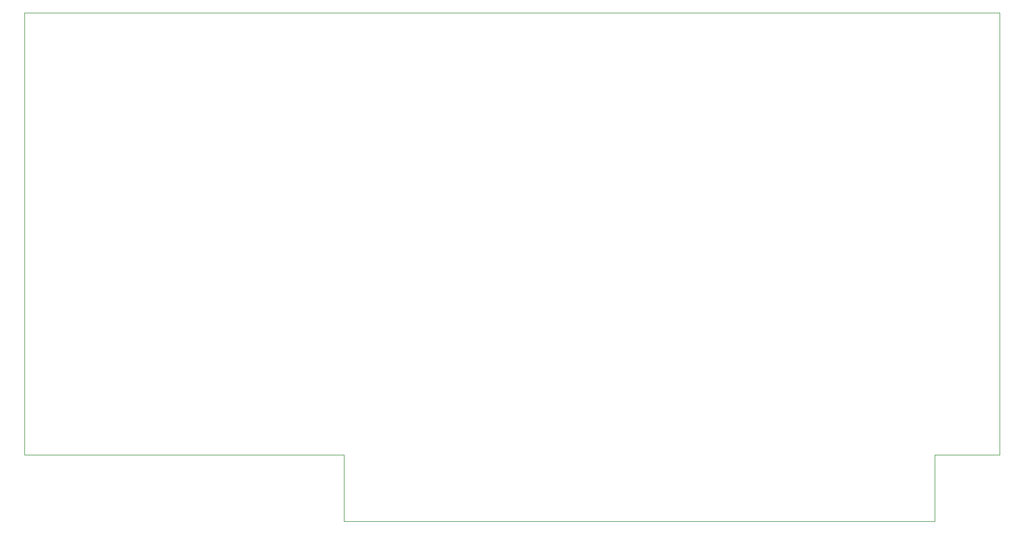
<source format=gm1>
G04 #@! TF.GenerationSoftware,KiCad,Pcbnew,(5.1.5-0)*
G04 #@! TF.CreationDate,2021-03-10T11:48:28+01:00*
G04 #@! TF.ProjectId,Apple1Serial,4170706c-6531-4536-9572-69616c2e6b69,rev?*
G04 #@! TF.SameCoordinates,Original*
G04 #@! TF.FileFunction,Profile,NP*
%FSLAX46Y46*%
G04 Gerber Fmt 4.6, Leading zero omitted, Abs format (unit mm)*
G04 Created by KiCad (PCBNEW (5.1.5-0)) date 2021-03-10 11:48:28*
%MOMM*%
%LPD*%
G04 APERTURE LIST*
%ADD10C,0.050000*%
G04 APERTURE END LIST*
D10*
X113284000Y-112776000D02*
X113284000Y-122936000D01*
X203454000Y-112776000D02*
X203454000Y-122936000D01*
X113284000Y-122936000D02*
X203454000Y-122936000D01*
X213360000Y-112776000D02*
X203454000Y-112776000D01*
X67056000Y-112776000D02*
X113284000Y-112776000D01*
X213360000Y-48514000D02*
X213360000Y-45244000D01*
X64516000Y-45244000D02*
X213360000Y-45244000D01*
X64516000Y-112776000D02*
X64516000Y-45244000D01*
X67056000Y-112776000D02*
X64516000Y-112776000D01*
X213360000Y-112776000D02*
X213360000Y-48514000D01*
M02*

</source>
